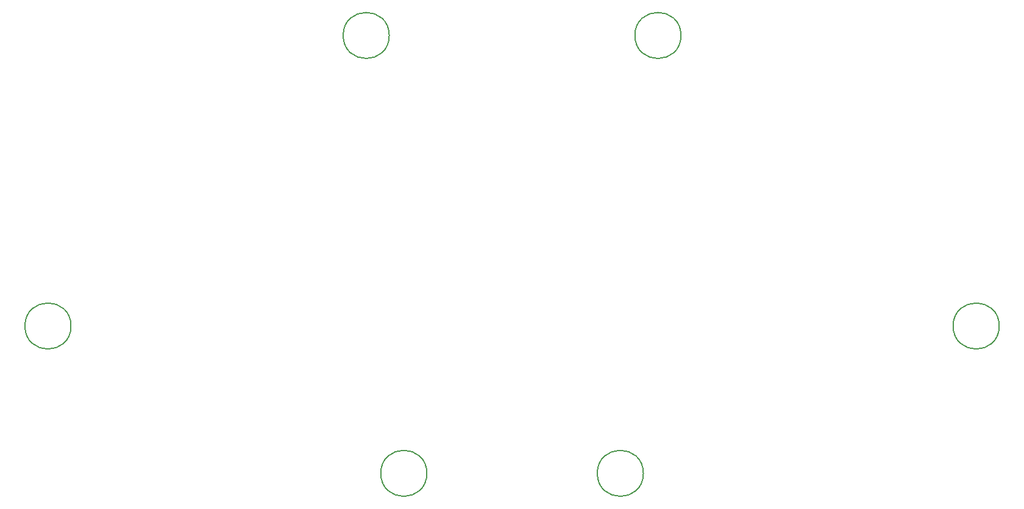
<source format=gbr>
%TF.GenerationSoftware,KiCad,Pcbnew,8.0.8-8.0.8-0~ubuntu22.04.1*%
%TF.CreationDate,2025-02-01T01:24:59+00:00*%
%TF.ProjectId,miniwing,6d696e69-7769-46e6-972e-6b696361645f,1*%
%TF.SameCoordinates,Original*%
%TF.FileFunction,Other,Comment*%
%FSLAX46Y46*%
G04 Gerber Fmt 4.6, Leading zero omitted, Abs format (unit mm)*
G04 Created by KiCad (PCBNEW 8.0.8-8.0.8-0~ubuntu22.04.1) date 2025-02-01 01:24:59*
%MOMM*%
%LPD*%
G01*
G04 APERTURE LIST*
%ADD10C,0.150000*%
G04 APERTURE END LIST*
D10*
%TO.C,H6*%
X88602219Y-99760079D02*
G75*
G02*
X82202219Y-99760079I-3200000J0D01*
G01*
X82202219Y-99760079D02*
G75*
G02*
X88602219Y-99760079I3200000J0D01*
G01*
%TO.C,H5*%
X138032429Y-120245290D02*
G75*
G02*
X131632429Y-120245290I-3200000J0D01*
G01*
X131632429Y-120245290D02*
G75*
G02*
X138032429Y-120245290I3200000J0D01*
G01*
%TO.C,H4*%
X168106645Y-120245671D02*
G75*
G02*
X161706645Y-120245671I-3200000J0D01*
G01*
X161706645Y-120245671D02*
G75*
G02*
X168106645Y-120245671I3200000J0D01*
G01*
%TO.C,H3*%
X217535794Y-99760342D02*
G75*
G02*
X211135794Y-99760342I-3200000J0D01*
G01*
X211135794Y-99760342D02*
G75*
G02*
X217535794Y-99760342I3200000J0D01*
G01*
%TO.C,H2*%
X173332812Y-59357029D02*
G75*
G02*
X166932812Y-59357029I-3200000J0D01*
G01*
X166932812Y-59357029D02*
G75*
G02*
X173332812Y-59357029I3200000J0D01*
G01*
%TO.C,H1*%
X132806220Y-59356769D02*
G75*
G02*
X126406220Y-59356769I-3200000J0D01*
G01*
X126406220Y-59356769D02*
G75*
G02*
X132806220Y-59356769I3200000J0D01*
G01*
%TD*%
M02*

</source>
